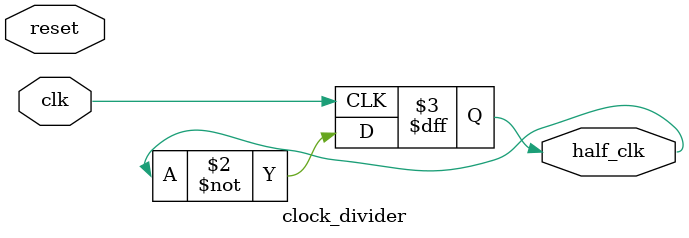
<source format=v>

module clock_divider(
    // `clk` is a simulated hardware clock input. 
    // It alternates between high and low across a given time interval.
    input clk,
    // `reset` is a simulated hardware reset input (e.g., a reset button).
    // It goes high when enabled, low when not.
    input reset,
    // An output representing a half-speed version of `clk`.
    output reg half_clk
);

  // Any time `clk` goes from low to high...
  always @(posedge clk)
    // ...invert the value of `half_clk`.
    half_clk <= ~half_clk;
    // Example `clk` signal:      010101010101 
    // Example `half_clk` signal: 011001100110 
    
endmodule

</source>
